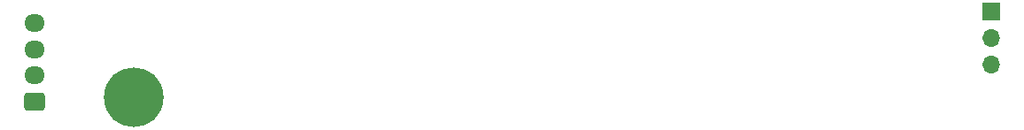
<source format=gbr>
%TF.GenerationSoftware,KiCad,Pcbnew,(6.0.6)*%
%TF.CreationDate,2023-01-13T16:31:05+05:30*%
%TF.ProjectId,ws2812-light,77733238-3132-42d6-9c69-6768742e6b69,rev?*%
%TF.SameCoordinates,Original*%
%TF.FileFunction,Soldermask,Bot*%
%TF.FilePolarity,Negative*%
%FSLAX46Y46*%
G04 Gerber Fmt 4.6, Leading zero omitted, Abs format (unit mm)*
G04 Created by KiCad (PCBNEW (6.0.6)) date 2023-01-13 16:31:05*
%MOMM*%
%LPD*%
G01*
G04 APERTURE LIST*
G04 Aperture macros list*
%AMRoundRect*
0 Rectangle with rounded corners*
0 $1 Rounding radius*
0 $2 $3 $4 $5 $6 $7 $8 $9 X,Y pos of 4 corners*
0 Add a 4 corners polygon primitive as box body*
4,1,4,$2,$3,$4,$5,$6,$7,$8,$9,$2,$3,0*
0 Add four circle primitives for the rounded corners*
1,1,$1+$1,$2,$3*
1,1,$1+$1,$4,$5*
1,1,$1+$1,$6,$7*
1,1,$1+$1,$8,$9*
0 Add four rect primitives between the rounded corners*
20,1,$1+$1,$2,$3,$4,$5,0*
20,1,$1+$1,$4,$5,$6,$7,0*
20,1,$1+$1,$6,$7,$8,$9,0*
20,1,$1+$1,$8,$9,$2,$3,0*%
G04 Aperture macros list end*
%ADD10R,1.700000X1.700000*%
%ADD11O,1.700000X1.700000*%
%ADD12C,5.700000*%
%ADD13RoundRect,0.250000X0.725000X-0.600000X0.725000X0.600000X-0.725000X0.600000X-0.725000X-0.600000X0*%
%ADD14O,1.950000X1.700000*%
G04 APERTURE END LIST*
D10*
%TO.C,J2*%
X169175000Y-111475000D03*
D11*
X169175000Y-114015000D03*
X169175000Y-116555000D03*
%TD*%
D12*
%TO.C,H1*%
X87200000Y-119675000D03*
%TD*%
D13*
%TO.C,J1*%
X77750000Y-120100000D03*
D14*
X77750000Y-117600000D03*
X77750000Y-115100000D03*
X77750000Y-112600000D03*
%TD*%
M02*

</source>
